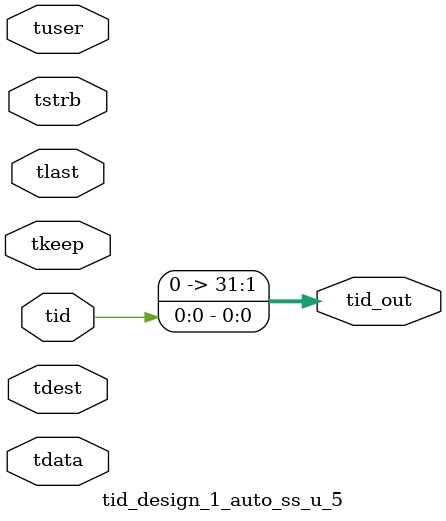
<source format=v>


`timescale 1ps/1ps

module tid_design_1_auto_ss_u_5 #
(
parameter C_S_AXIS_TID_WIDTH   = 1,
parameter C_S_AXIS_TUSER_WIDTH = 0,
parameter C_S_AXIS_TDATA_WIDTH = 0,
parameter C_S_AXIS_TDEST_WIDTH = 0,
parameter C_M_AXIS_TID_WIDTH   = 32
)
(
input  [(C_S_AXIS_TID_WIDTH   == 0 ? 1 : C_S_AXIS_TID_WIDTH)-1:0       ] tid,
input  [(C_S_AXIS_TDATA_WIDTH == 0 ? 1 : C_S_AXIS_TDATA_WIDTH)-1:0     ] tdata,
input  [(C_S_AXIS_TUSER_WIDTH == 0 ? 1 : C_S_AXIS_TUSER_WIDTH)-1:0     ] tuser,
input  [(C_S_AXIS_TDEST_WIDTH == 0 ? 1 : C_S_AXIS_TDEST_WIDTH)-1:0     ] tdest,
input  [(C_S_AXIS_TDATA_WIDTH/8)-1:0 ] tkeep,
input  [(C_S_AXIS_TDATA_WIDTH/8)-1:0 ] tstrb,
input                                                                    tlast,
output [(C_M_AXIS_TID_WIDTH   == 0 ? 1 : C_M_AXIS_TID_WIDTH)-1:0       ] tid_out
);

assign tid_out = {tid[0:0]};

endmodule


</source>
